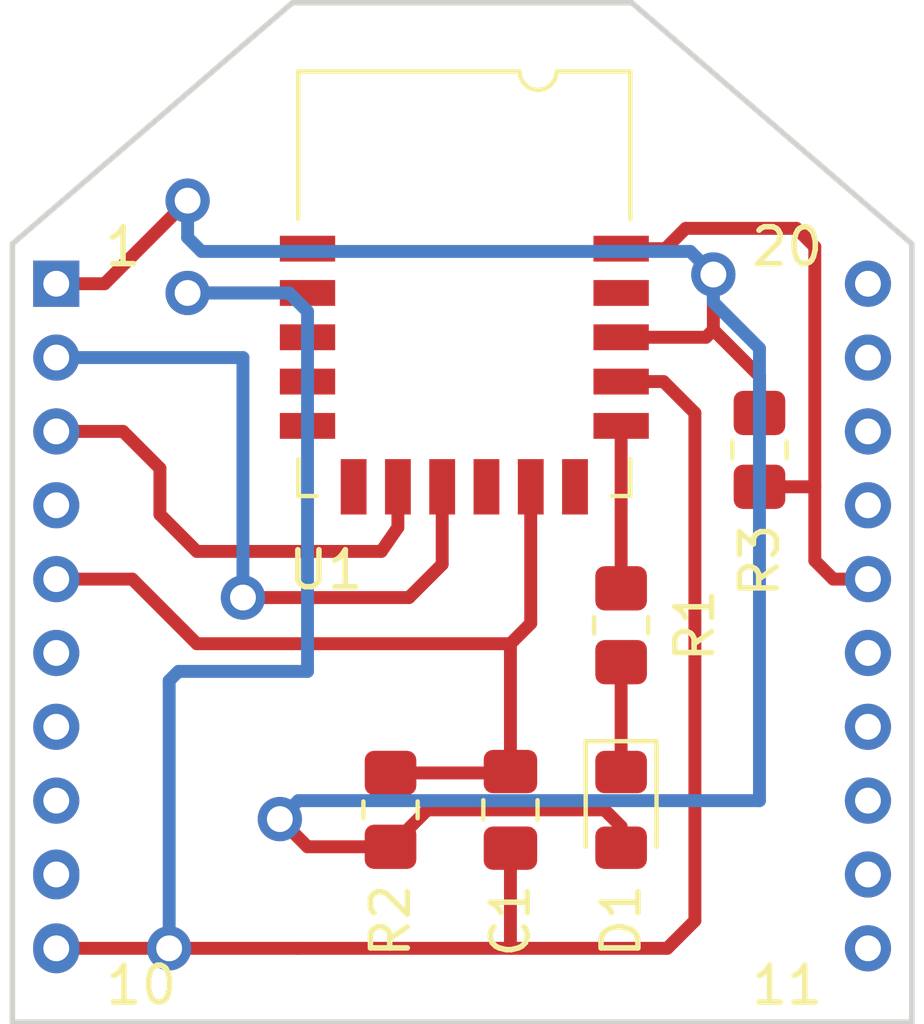
<source format=kicad_pcb>
(kicad_pcb (version 20171130) (host pcbnew 5.1.5+dfsg1-2build2)

  (general
    (thickness 1.6)
    (drawings 10)
    (tracks 84)
    (zones 0)
    (modules 8)
    (nets 9)
  )

  (page A4)
  (title_block
    (title "Adaptateur XBEE RN4871")
    (date "jeu. 02 avril 2015")
    (rev 1.0)
  )

  (layers
    (0 F.Cu signal)
    (31 B.Cu signal)
    (32 B.Adhes user)
    (33 F.Adhes user)
    (34 B.Paste user)
    (35 F.Paste user)
    (36 B.SilkS user)
    (37 F.SilkS user)
    (38 B.Mask user)
    (39 F.Mask user)
    (40 Dwgs.User user)
    (41 Cmts.User user)
    (42 Eco1.User user)
    (43 Eco2.User user)
    (44 Edge.Cuts user)
    (45 Margin user)
    (46 B.CrtYd user)
    (47 F.CrtYd user)
    (48 B.Fab user)
    (49 F.Fab user hide)
  )

  (setup
    (last_trace_width 0.35)
    (user_trace_width 0.2)
    (user_trace_width 0.25)
    (user_trace_width 0.3)
    (user_trace_width 0.35)
    (user_trace_width 0.4)
    (user_trace_width 0.5)
    (user_trace_width 0.7)
    (user_trace_width 0.9)
    (trace_clearance 0.2)
    (zone_clearance 0.508)
    (zone_45_only yes)
    (trace_min 0.2)
    (via_size 0.6)
    (via_drill 0.4)
    (via_min_size 0.4)
    (via_min_drill 0.3)
    (user_via 0.5 0.3)
    (user_via 0.6 0.4)
    (user_via 1.2 0.7)
    (user_via 1.3 0.8)
    (uvia_size 0.3)
    (uvia_drill 0.1)
    (uvias_allowed no)
    (uvia_min_size 0.2)
    (uvia_min_drill 0.1)
    (edge_width 0.1)
    (segment_width 0.15)
    (pcb_text_width 0.3)
    (pcb_text_size 1.5 1.5)
    (mod_edge_width 0.15)
    (mod_text_size 1 1)
    (mod_text_width 0.15)
    (pad_size 1.25 1.25)
    (pad_drill 0.7)
    (pad_to_mask_clearance 0)
    (aux_axis_origin 100 100)
    (grid_origin 100 100)
    (visible_elements FFFFFF7F)
    (pcbplotparams
      (layerselection 0x00030_80000001)
      (usegerberextensions false)
      (usegerberattributes false)
      (usegerberadvancedattributes false)
      (creategerberjobfile false)
      (excludeedgelayer true)
      (linewidth 0.100000)
      (plotframeref false)
      (viasonmask false)
      (mode 1)
      (useauxorigin false)
      (hpglpennumber 1)
      (hpglpenspeed 20)
      (hpglpendiameter 15.000000)
      (psnegative false)
      (psa4output false)
      (plotreference true)
      (plotvalue true)
      (plotinvisibletext false)
      (padsonsilk false)
      (subtractmaskfromsilk false)
      (outputformat 1)
      (mirror false)
      (drillshape 1)
      (scaleselection 1)
      (outputdirectory ""))
  )

  (net 0 "")
  (net 1 GND)
  (net 2 /RESET)
  (net 3 /DIN)
  (net 4 /DOUT)
  (net 5 +3V3)
  (net 6 "Net-(D1-Pad1)")
  (net 7 /~RTS)
  (net 8 "Net-(R1-Pad2)")

  (net_class Default "This is the default net class."
    (clearance 0.2)
    (trace_width 0.25)
    (via_dia 0.6)
    (via_drill 0.4)
    (uvia_dia 0.3)
    (uvia_drill 0.1)
    (add_net +3V3)
    (add_net /DIN)
    (add_net /DOUT)
    (add_net /RESET)
    (add_net /~RTS)
    (add_net GND)
    (add_net "Net-(D1-Pad1)")
    (add_net "Net-(R1-Pad2)")
    (add_net "Net-(U1-Pad1)")
    (add_net "Net-(U1-Pad11)")
    (add_net "Net-(U1-Pad15)")
    (add_net "Net-(U1-Pad3)")
    (add_net "Net-(U1-Pad4)")
    (add_net "Net-(U1-Pad5)")
    (add_net "Net-(U1-Pad6)")
    (add_net "Net-(U1-Pad9)")
  )

  (module Resistor_SMD:R_0805_2012Metric_Pad1.20x1.40mm_HandSolder (layer F.Cu) (tedit 5F68FEEE) (tstamp 5F9FDCD0)
    (at 120.25 84.5 270)
    (descr "Resistor SMD 0805 (2012 Metric), square (rectangular) end terminal, IPC_7351 nominal with elongated pad for handsoldering. (Body size source: IPC-SM-782 page 72, https://www.pcb-3d.com/wordpress/wp-content/uploads/ipc-sm-782a_amendment_1_and_2.pdf), generated with kicad-footprint-generator")
    (tags "resistor handsolder")
    (path /5FA10943)
    (attr smd)
    (fp_text reference R3 (at 3 0 90) (layer F.SilkS)
      (effects (font (size 1 1) (thickness 0.15)))
    )
    (fp_text value 1K (at 0 1.65 90) (layer F.Fab)
      (effects (font (size 1 1) (thickness 0.15)))
    )
    (fp_text user %R (at 0 0 180) (layer F.Fab)
      (effects (font (size 0.5 0.5) (thickness 0.08)))
    )
    (fp_line (start 1.85 0.95) (end -1.85 0.95) (layer F.CrtYd) (width 0.05))
    (fp_line (start 1.85 -0.95) (end 1.85 0.95) (layer F.CrtYd) (width 0.05))
    (fp_line (start -1.85 -0.95) (end 1.85 -0.95) (layer F.CrtYd) (width 0.05))
    (fp_line (start -1.85 0.95) (end -1.85 -0.95) (layer F.CrtYd) (width 0.05))
    (fp_line (start -0.227064 0.735) (end 0.227064 0.735) (layer F.SilkS) (width 0.12))
    (fp_line (start -0.227064 -0.735) (end 0.227064 -0.735) (layer F.SilkS) (width 0.12))
    (fp_line (start 1 0.625) (end -1 0.625) (layer F.Fab) (width 0.1))
    (fp_line (start 1 -0.625) (end 1 0.625) (layer F.Fab) (width 0.1))
    (fp_line (start -1 -0.625) (end 1 -0.625) (layer F.Fab) (width 0.1))
    (fp_line (start -1 0.625) (end -1 -0.625) (layer F.Fab) (width 0.1))
    (pad 2 smd roundrect (at 1 0 270) (size 1.2 1.4) (layers F.Cu F.Paste F.Mask) (roundrect_rratio 0.208333)
      (net 7 /~RTS))
    (pad 1 smd roundrect (at -1 0 270) (size 1.2 1.4) (layers F.Cu F.Paste F.Mask) (roundrect_rratio 0.208333)
      (net 5 +3V3))
    (model ${KISYS3DMOD}/Resistor_SMD.3dshapes/R_0805_2012Metric.wrl
      (at (xyz 0 0 0))
      (scale (xyz 1 1 1))
      (rotate (xyz 0 0 0))
    )
  )

  (module Resistor_SMD:R_0805_2012Metric_Pad1.20x1.40mm_HandSolder (layer F.Cu) (tedit 5F68FEEE) (tstamp 5F9FDCBF)
    (at 110.25 94.25 90)
    (descr "Resistor SMD 0805 (2012 Metric), square (rectangular) end terminal, IPC_7351 nominal with elongated pad for handsoldering. (Body size source: IPC-SM-782 page 72, https://www.pcb-3d.com/wordpress/wp-content/uploads/ipc-sm-782a_amendment_1_and_2.pdf), generated with kicad-footprint-generator")
    (tags "resistor handsolder")
    (path /5F9FE6E8)
    (attr smd)
    (fp_text reference R2 (at -3 0 90) (layer F.SilkS)
      (effects (font (size 1 1) (thickness 0.15)))
    )
    (fp_text value 4.7K (at 0 1.65 90) (layer F.Fab)
      (effects (font (size 1 1) (thickness 0.15)))
    )
    (fp_text user %R (at 0 0 90) (layer F.Fab)
      (effects (font (size 0.5 0.5) (thickness 0.08)))
    )
    (fp_line (start 1.85 0.95) (end -1.85 0.95) (layer F.CrtYd) (width 0.05))
    (fp_line (start 1.85 -0.95) (end 1.85 0.95) (layer F.CrtYd) (width 0.05))
    (fp_line (start -1.85 -0.95) (end 1.85 -0.95) (layer F.CrtYd) (width 0.05))
    (fp_line (start -1.85 0.95) (end -1.85 -0.95) (layer F.CrtYd) (width 0.05))
    (fp_line (start -0.227064 0.735) (end 0.227064 0.735) (layer F.SilkS) (width 0.12))
    (fp_line (start -0.227064 -0.735) (end 0.227064 -0.735) (layer F.SilkS) (width 0.12))
    (fp_line (start 1 0.625) (end -1 0.625) (layer F.Fab) (width 0.1))
    (fp_line (start 1 -0.625) (end 1 0.625) (layer F.Fab) (width 0.1))
    (fp_line (start -1 -0.625) (end 1 -0.625) (layer F.Fab) (width 0.1))
    (fp_line (start -1 0.625) (end -1 -0.625) (layer F.Fab) (width 0.1))
    (pad 2 smd roundrect (at 1 0 90) (size 1.2 1.4) (layers F.Cu F.Paste F.Mask) (roundrect_rratio 0.208333)
      (net 2 /RESET))
    (pad 1 smd roundrect (at -1 0 90) (size 1.2 1.4) (layers F.Cu F.Paste F.Mask) (roundrect_rratio 0.208333)
      (net 5 +3V3))
    (model ${KISYS3DMOD}/Resistor_SMD.3dshapes/R_0805_2012Metric.wrl
      (at (xyz 0 0 0))
      (scale (xyz 1 1 1))
      (rotate (xyz 0 0 0))
    )
  )

  (module Resistor_SMD:R_0805_2012Metric_Pad1.20x1.40mm_HandSolder (layer F.Cu) (tedit 5F68FEEE) (tstamp 5F9FDCAE)
    (at 116.5 89.25 90)
    (descr "Resistor SMD 0805 (2012 Metric), square (rectangular) end terminal, IPC_7351 nominal with elongated pad for handsoldering. (Body size source: IPC-SM-782 page 72, https://www.pcb-3d.com/wordpress/wp-content/uploads/ipc-sm-782a_amendment_1_and_2.pdf), generated with kicad-footprint-generator")
    (tags "resistor handsolder")
    (path /5F9FDD93)
    (attr smd)
    (fp_text reference R1 (at 0 2 90) (layer F.SilkS)
      (effects (font (size 1 1) (thickness 0.15)))
    )
    (fp_text value 1K (at 0 1.65 90) (layer F.Fab)
      (effects (font (size 1 1) (thickness 0.15)))
    )
    (fp_text user %R (at 0 0 90) (layer F.Fab)
      (effects (font (size 0.5 0.5) (thickness 0.08)))
    )
    (fp_line (start 1.85 0.95) (end -1.85 0.95) (layer F.CrtYd) (width 0.05))
    (fp_line (start 1.85 -0.95) (end 1.85 0.95) (layer F.CrtYd) (width 0.05))
    (fp_line (start -1.85 -0.95) (end 1.85 -0.95) (layer F.CrtYd) (width 0.05))
    (fp_line (start -1.85 0.95) (end -1.85 -0.95) (layer F.CrtYd) (width 0.05))
    (fp_line (start -0.227064 0.735) (end 0.227064 0.735) (layer F.SilkS) (width 0.12))
    (fp_line (start -0.227064 -0.735) (end 0.227064 -0.735) (layer F.SilkS) (width 0.12))
    (fp_line (start 1 0.625) (end -1 0.625) (layer F.Fab) (width 0.1))
    (fp_line (start 1 -0.625) (end 1 0.625) (layer F.Fab) (width 0.1))
    (fp_line (start -1 -0.625) (end 1 -0.625) (layer F.Fab) (width 0.1))
    (fp_line (start -1 0.625) (end -1 -0.625) (layer F.Fab) (width 0.1))
    (pad 2 smd roundrect (at 1 0 90) (size 1.2 1.4) (layers F.Cu F.Paste F.Mask) (roundrect_rratio 0.208333)
      (net 8 "Net-(R1-Pad2)"))
    (pad 1 smd roundrect (at -1 0 90) (size 1.2 1.4) (layers F.Cu F.Paste F.Mask) (roundrect_rratio 0.208333)
      (net 6 "Net-(D1-Pad1)"))
    (model ${KISYS3DMOD}/Resistor_SMD.3dshapes/R_0805_2012Metric.wrl
      (at (xyz 0 0 0))
      (scale (xyz 1 1 1))
      (rotate (xyz 0 0 0))
    )
  )

  (module LED_SMD:LED_0805_2012Metric_Pad1.15x1.40mm_HandSolder (layer F.Cu) (tedit 5F68FEF1) (tstamp 5F9FDC41)
    (at 116.5 94.25 270)
    (descr "LED SMD 0805 (2012 Metric), square (rectangular) end terminal, IPC_7351 nominal, (Body size source: https://docs.google.com/spreadsheets/d/1BsfQQcO9C6DZCsRaXUlFlo91Tg2WpOkGARC1WS5S8t0/edit?usp=sharing), generated with kicad-footprint-generator")
    (tags "LED handsolder")
    (path /5F9FF135)
    (attr smd)
    (fp_text reference D1 (at 3 0 90) (layer F.SilkS)
      (effects (font (size 1 1) (thickness 0.15)))
    )
    (fp_text value LED (at 0 1.65 90) (layer F.Fab)
      (effects (font (size 1 1) (thickness 0.15)))
    )
    (fp_text user %R (at 0 0 90) (layer F.Fab)
      (effects (font (size 0.5 0.5) (thickness 0.08)))
    )
    (fp_line (start 1.85 0.95) (end -1.85 0.95) (layer F.CrtYd) (width 0.05))
    (fp_line (start 1.85 -0.95) (end 1.85 0.95) (layer F.CrtYd) (width 0.05))
    (fp_line (start -1.85 -0.95) (end 1.85 -0.95) (layer F.CrtYd) (width 0.05))
    (fp_line (start -1.85 0.95) (end -1.85 -0.95) (layer F.CrtYd) (width 0.05))
    (fp_line (start -1.86 0.96) (end 1 0.96) (layer F.SilkS) (width 0.12))
    (fp_line (start -1.86 -0.96) (end -1.86 0.96) (layer F.SilkS) (width 0.12))
    (fp_line (start 1 -0.96) (end -1.86 -0.96) (layer F.SilkS) (width 0.12))
    (fp_line (start 1 0.6) (end 1 -0.6) (layer F.Fab) (width 0.1))
    (fp_line (start -1 0.6) (end 1 0.6) (layer F.Fab) (width 0.1))
    (fp_line (start -1 -0.3) (end -1 0.6) (layer F.Fab) (width 0.1))
    (fp_line (start -0.7 -0.6) (end -1 -0.3) (layer F.Fab) (width 0.1))
    (fp_line (start 1 -0.6) (end -0.7 -0.6) (layer F.Fab) (width 0.1))
    (pad 2 smd roundrect (at 1.025 0 270) (size 1.15 1.4) (layers F.Cu F.Paste F.Mask) (roundrect_rratio 0.217391)
      (net 5 +3V3))
    (pad 1 smd roundrect (at -1.025 0 270) (size 1.15 1.4) (layers F.Cu F.Paste F.Mask) (roundrect_rratio 0.217391)
      (net 6 "Net-(D1-Pad1)"))
    (model ${KISYS3DMOD}/LED_SMD.3dshapes/LED_0805_2012Metric.wrl
      (at (xyz 0 0 0))
      (scale (xyz 1 1 1))
      (rotate (xyz 0 0 0))
    )
  )

  (module Capacitor_SMD:C_0805_2012Metric_Pad1.18x1.45mm_HandSolder (layer F.Cu) (tedit 5F68FEEF) (tstamp 5F9FDC2E)
    (at 113.5 94.25 270)
    (descr "Capacitor SMD 0805 (2012 Metric), square (rectangular) end terminal, IPC_7351 nominal with elongated pad for handsoldering. (Body size source: IPC-SM-782 page 76, https://www.pcb-3d.com/wordpress/wp-content/uploads/ipc-sm-782a_amendment_1_and_2.pdf, https://docs.google.com/spreadsheets/d/1BsfQQcO9C6DZCsRaXUlFlo91Tg2WpOkGARC1WS5S8t0/edit?usp=sharing), generated with kicad-footprint-generator")
    (tags "capacitor handsolder")
    (path /5F9FEC11)
    (attr smd)
    (fp_text reference C1 (at 3 0 90) (layer F.SilkS)
      (effects (font (size 1 1) (thickness 0.15)))
    )
    (fp_text value 1µF (at 0 1.68 90) (layer F.Fab)
      (effects (font (size 1 1) (thickness 0.15)))
    )
    (fp_text user %R (at 0 0 90) (layer F.Fab)
      (effects (font (size 0.5 0.5) (thickness 0.08)))
    )
    (fp_line (start 1.88 0.98) (end -1.88 0.98) (layer F.CrtYd) (width 0.05))
    (fp_line (start 1.88 -0.98) (end 1.88 0.98) (layer F.CrtYd) (width 0.05))
    (fp_line (start -1.88 -0.98) (end 1.88 -0.98) (layer F.CrtYd) (width 0.05))
    (fp_line (start -1.88 0.98) (end -1.88 -0.98) (layer F.CrtYd) (width 0.05))
    (fp_line (start -0.261252 0.735) (end 0.261252 0.735) (layer F.SilkS) (width 0.12))
    (fp_line (start -0.261252 -0.735) (end 0.261252 -0.735) (layer F.SilkS) (width 0.12))
    (fp_line (start 1 0.625) (end -1 0.625) (layer F.Fab) (width 0.1))
    (fp_line (start 1 -0.625) (end 1 0.625) (layer F.Fab) (width 0.1))
    (fp_line (start -1 -0.625) (end 1 -0.625) (layer F.Fab) (width 0.1))
    (fp_line (start -1 0.625) (end -1 -0.625) (layer F.Fab) (width 0.1))
    (pad 2 smd roundrect (at 1.0375 0 270) (size 1.175 1.45) (layers F.Cu F.Paste F.Mask) (roundrect_rratio 0.212766)
      (net 1 GND))
    (pad 1 smd roundrect (at -1.0375 0 270) (size 1.175 1.45) (layers F.Cu F.Paste F.Mask) (roundrect_rratio 0.212766)
      (net 2 /RESET))
    (model ${KISYS3DMOD}/Capacitor_SMD.3dshapes/C_0805_2012Metric.wrl
      (at (xyz 0 0 0))
      (scale (xyz 1 1 1))
      (rotate (xyz 0 0 0))
    )
  )

  (module Insa:RN4871-I-RM128 locked (layer F.Cu) (tedit 5F9C382D) (tstamp 5F9C46CC)
    (at 107.75 85.75)
    (descr "Bluetooth module")
    (path /5F9C5B87)
    (fp_text reference U1 (at 0.75 2) (layer F.SilkS)
      (effects (font (size 1 1) (thickness 0.15)))
    )
    (fp_text value RN4871 (at 4.07 2.02) (layer F.Fab)
      (effects (font (size 1 1) (thickness 0.15)))
    )
    (fp_text user "No copper" (at 6 -4.5 90) (layer Cmts.User)
      (effects (font (size 0.5 0.5) (thickness 0.1)))
    )
    (fp_text user "No copper here" (at 4.5 -9.5) (layer Cmts.User)
      (effects (font (size 0.5 0.5) (thickness 0.125)))
    )
    (fp_line (start 4 -2) (end 4.5 -1.5) (layer Dwgs.User) (width 0.12))
    (fp_line (start 4 -3) (end 4 -2) (layer Dwgs.User) (width 0.12))
    (fp_line (start 5.5 -1.5) (end 4 -3) (layer Dwgs.User) (width 0.12))
    (fp_line (start 6.5 -1.5) (end 5.5 -1.5) (layer Dwgs.User) (width 0.12))
    (fp_line (start 4 -4) (end 6.5 -1.5) (layer Dwgs.User) (width 0.12))
    (fp_line (start 4 -5) (end 4 -4) (layer Dwgs.User) (width 0.12))
    (fp_line (start 7.5 -1.5) (end 4 -5) (layer Dwgs.User) (width 0.12))
    (fp_line (start 4 -6) (end 8 -2) (layer Dwgs.User) (width 0.12))
    (fp_line (start 4 -7) (end 4 -6) (layer Dwgs.User) (width 0.12))
    (fp_line (start 8 -3) (end 4 -7) (layer Dwgs.User) (width 0.12))
    (fp_line (start 8 -4) (end 8 -3) (layer Dwgs.User) (width 0.12))
    (fp_line (start 5 -7) (end 8 -4) (layer Dwgs.User) (width 0.12))
    (fp_line (start 6 -7) (end 5 -7) (layer Dwgs.User) (width 0.12))
    (fp_line (start 8 -5) (end 6 -7) (layer Dwgs.User) (width 0.12))
    (fp_line (start 8 -6) (end 8 -5) (layer Dwgs.User) (width 0.12))
    (fp_line (start 7 -7) (end 8 -6) (layer Dwgs.User) (width 0.12))
    (fp_line (start 8 -6.5) (end 8 -5.5) (layer Dwgs.User) (width 0.12))
    (fp_line (start 8 -7) (end 7.5 -7) (layer Dwgs.User) (width 0.12))
    (fp_line (start 8 -1.5) (end 8 -7) (layer Dwgs.User) (width 0.12))
    (fp_line (start 4 -1.5) (end 8 -1.5) (layer Dwgs.User) (width 0.12))
    (fp_line (start 4 -7) (end 4 -1.5) (layer Dwgs.User) (width 0.12))
    (fp_line (start 8 -7) (end 4 -7) (layer Dwgs.User) (width 0.12))
    (fp_line (start 1.5 -4.5) (end 1 -5) (layer Dwgs.User) (width 0.12))
    (fp_line (start 2.5 -4.5) (end 1.5 -4.5) (layer Dwgs.User) (width 0.12))
    (fp_line (start 1 -6) (end 2.5 -4.5) (layer Dwgs.User) (width 0.12))
    (fp_line (start 3 -6) (end 2 -7) (layer Dwgs.User) (width 0.12))
    (fp_line (start 3 -5) (end 3 -6) (layer Dwgs.User) (width 0.12))
    (fp_line (start 1 -7) (end 3 -5) (layer Dwgs.User) (width 0.12))
    (fp_line (start 1 -4.5) (end 1 -7) (layer Dwgs.User) (width 0.12))
    (fp_line (start 3 -4.5) (end 1 -4.5) (layer Dwgs.User) (width 0.12))
    (fp_line (start 3 -7) (end 3 -4.5) (layer Dwgs.User) (width 0.12))
    (fp_line (start 1 -7) (end 3 -7) (layer Dwgs.User) (width 0.12))
    (fp_line (start 8.5 -12) (end 9.5 -11) (layer Dwgs.User) (width 0.12))
    (fp_line (start 7.5 -12) (end 8.5 -12) (layer Dwgs.User) (width 0.12))
    (fp_line (start 9.5 -10) (end 7.5 -12) (layer Dwgs.User) (width 0.12))
    (fp_line (start 9.5 -9) (end 9.5 -10) (layer Dwgs.User) (width 0.12))
    (fp_line (start 6.5 -12) (end 9.5 -9) (layer Dwgs.User) (width 0.12))
    (fp_line (start 5.5 -12) (end 6.5 -12) (layer Dwgs.User) (width 0.12))
    (fp_line (start 9.5 -8) (end 5.5 -12) (layer Dwgs.User) (width 0.12))
    (fp_line (start 9.5 -7) (end 9.5 -8) (layer Dwgs.User) (width 0.12))
    (fp_line (start 4.5 -12) (end 9.5 -7) (layer Dwgs.User) (width 0.12))
    (fp_line (start 3.5 -12) (end 4.5 -12) (layer Dwgs.User) (width 0.12))
    (fp_line (start 8.5 -7) (end 3.5 -12) (layer Dwgs.User) (width 0.12))
    (fp_line (start 7.5 -7) (end 8.5 -7) (layer Dwgs.User) (width 0.12))
    (fp_line (start 2.5 -12) (end 7.5 -7) (layer Dwgs.User) (width 0.12))
    (fp_line (start 1.5 -12) (end 2.5 -12) (layer Dwgs.User) (width 0.12))
    (fp_line (start 6.5 -7) (end 1.5 -12) (layer Dwgs.User) (width 0.12))
    (fp_line (start 6 -7) (end 6.5 -7) (layer Dwgs.User) (width 0.12))
    (fp_line (start 5.5 -7) (end 6 -7) (layer Dwgs.User) (width 0.12))
    (fp_line (start 0.5 -12) (end 5.5 -7) (layer Dwgs.User) (width 0.12))
    (fp_line (start -0.5 -8) (end 0.5 -7) (layer Dwgs.User) (width 0.12))
    (fp_line (start -0.5 -9) (end 1.5 -7) (layer Dwgs.User) (width 0.12))
    (fp_line (start -0.5 -10) (end 2.5 -7) (layer Dwgs.User) (width 0.12))
    (fp_line (start -0.5 -11) (end 3.5 -7) (layer Dwgs.User) (width 0.12))
    (fp_line (start -0.5 -12) (end 4.5 -7) (layer Dwgs.User) (width 0.12))
    (fp_line (start -0.5 -7) (end -0.5 -12) (layer Dwgs.User) (width 0.12))
    (fp_line (start 9.5 -7) (end -0.5 -7) (layer Dwgs.User) (width 0.12))
    (fp_line (start 9.5 -12) (end 9.5 -7) (layer Dwgs.User) (width 0.12))
    (fp_line (start -0.5 -12) (end 9.5 -12) (layer Dwgs.User) (width 0.12))
    (fp_line (start -0.5 0.5) (end -0.5 -12) (layer F.CrtYd) (width 0.12))
    (fp_line (start 9.5 0.5) (end -0.5 0.5) (layer F.CrtYd) (width 0.12))
    (fp_line (start 9.5 -12) (end 9.5 0.5) (layer F.CrtYd) (width 0.12))
    (fp_line (start -0.5 -12) (end 9.5 -12) (layer F.CrtYd) (width 0.12))
    (fp_arc (start 6.5 -11.5) (end 6 -11.5) (angle -180) (layer F.SilkS) (width 0.12))
    (fp_line (start 9 -11.5) (end 9 -7.5) (layer F.SilkS) (width 0.12))
    (fp_line (start 7 -11.5) (end 9 -11.5) (layer F.SilkS) (width 0.12))
    (fp_line (start 0 -11.5) (end 6 -11.5) (layer F.SilkS) (width 0.12))
    (fp_line (start 0 -7.5) (end 0 -11.5) (layer F.SilkS) (width 0.12))
    (fp_line (start 9 0) (end 8.5 0) (layer F.SilkS) (width 0.12))
    (fp_line (start 9 -1) (end 9 0) (layer F.SilkS) (width 0.12))
    (fp_line (start 0 0) (end 0 -1) (layer F.SilkS) (width 0.12))
    (fp_line (start 0 0) (end 0.5 0) (layer F.SilkS) (width 0.12))
    (pad 6 smd rect (at 1.5 -0.25 90) (size 1.5 0.7) (layers F.Cu F.Paste F.Mask))
    (pad 7 smd rect (at 2.7 -0.25 90) (size 1.5 0.7) (layers F.Cu F.Paste F.Mask)
      (net 3 /DIN))
    (pad 8 smd rect (at 3.9 -0.25 90) (size 1.5 0.7) (layers F.Cu F.Paste F.Mask)
      (net 4 /DOUT))
    (pad 9 smd rect (at 5.1 -0.25 90) (size 1.5 0.7) (layers F.Cu F.Paste F.Mask))
    (pad 10 smd rect (at 6.3 -0.25 90) (size 1.5 0.7) (layers F.Cu F.Paste F.Mask)
      (net 2 /RESET))
    (pad 11 smd rect (at 7.5 -0.25 90) (size 1.5 0.7) (layers F.Cu F.Paste F.Mask))
    (pad 12 smd rect (at 8.75 -1.9) (size 1.5 0.7) (layers F.Cu F.Paste F.Mask)
      (net 8 "Net-(R1-Pad2)"))
    (pad 13 smd rect (at 8.75 -3.1) (size 1.5 0.7) (layers F.Cu F.Paste F.Mask)
      (net 1 GND))
    (pad 14 smd rect (at 8.75 -4.3) (size 1.5 0.7) (layers F.Cu F.Paste F.Mask)
      (net 5 +3V3))
    (pad 15 smd rect (at 8.75 -5.5) (size 1.5 0.7) (layers F.Cu F.Paste F.Mask))
    (pad 16 smd rect (at 8.75 -6.7) (size 1.5 0.7) (layers F.Cu F.Paste F.Mask)
      (net 7 /~RTS))
    (pad 1 smd rect (at 0.25 -6.7) (size 1.5 0.7) (layers F.Cu F.Paste F.Mask))
    (pad 2 smd rect (at 0.25 -5.5) (size 1.5 0.7) (layers F.Cu F.Paste F.Mask)
      (net 1 GND))
    (pad 3 smd rect (at 0.25 -4.3) (size 1.5 0.7) (layers F.Cu F.Paste F.Mask))
    (pad 4 smd rect (at 0.25 -3.1) (size 1.5 0.7) (layers F.Cu F.Paste F.Mask))
    (pad 5 smd rect (at 0.25 -1.9) (size 1.5 0.7) (layers F.Cu F.Paste F.Mask))
    (model /home/dimercur/kicad/local-packages3d/Insa.3dshapes/Module_Microchip_RN4871.stp
      (offset (xyz 4.5 5.72 0.5))
      (scale (xyz 1 1 1))
      (rotate (xyz 0 -180 0))
    )
  )

  (module Connector_PinSocket_2.00mm:PinSocket_1x10_P2.00mm_Vertical locked (layer B.Cu) (tedit 5F9BF031) (tstamp 5F9C350D)
    (at 123.19 98)
    (descr "Through hole straight socket strip, 1x10, 2.00mm pitch, single row (from Kicad 4.0.7), script generated")
    (tags "Through hole socket strip THT 1x10 2.00mm single row")
    (path /5F9C2B38)
    (fp_text reference J2 (at -3.19 -9 -270) (layer F.SilkS) hide
      (effects (font (size 1 1) (thickness 0.15)))
    )
    (fp_text value Conn_01x10 (at 0 -20.5) (layer B.Fab) hide
      (effects (font (size 1 1) (thickness 0.15)) (justify mirror))
    )
    (fp_text user %R (at 0 -9 270) (layer B.Fab)
      (effects (font (size 1 1) (thickness 0.15)) (justify mirror))
    )
    (fp_line (start -1.5 -19.5) (end -1.5 1.5) (layer B.CrtYd) (width 0.05))
    (fp_line (start 1.5 -19.5) (end -1.5 -19.5) (layer B.CrtYd) (width 0.05))
    (fp_line (start 1.5 1.5) (end 1.5 -19.5) (layer B.CrtYd) (width 0.05))
    (fp_line (start -1.5 1.5) (end 1.5 1.5) (layer B.CrtYd) (width 0.05))
    (fp_line (start -1 -19) (end -1 1) (layer B.Fab) (width 0.1))
    (fp_line (start 1 -19) (end -1 -19) (layer B.Fab) (width 0.1))
    (fp_line (start 1 0.5) (end 1 -19) (layer B.Fab) (width 0.1))
    (fp_line (start 0.5 1) (end 1 0.5) (layer B.Fab) (width 0.1))
    (fp_line (start -1 1) (end 0.5 1) (layer B.Fab) (width 0.1))
    (pad 10 thru_hole oval (at 0 -18) (size 1.25 1.25) (drill 0.7) (layers *.Cu *.Mask))
    (pad 9 thru_hole oval (at 0 -16) (size 1.25 1.25) (drill 0.7) (layers *.Cu *.Mask))
    (pad 8 thru_hole oval (at 0 -14) (size 1.25 1.25) (drill 0.7) (layers *.Cu *.Mask))
    (pad 7 thru_hole oval (at 0 -12) (size 1.25 1.25) (drill 0.7) (layers *.Cu *.Mask))
    (pad 6 thru_hole oval (at 0 -10) (size 1.25 1.25) (drill 0.7) (layers *.Cu *.Mask)
      (net 7 /~RTS))
    (pad 5 thru_hole oval (at 0 -8) (size 1.25 1.25) (drill 0.7) (layers *.Cu *.Mask))
    (pad 4 thru_hole oval (at 0 -6) (size 1.25 1.25) (drill 0.7) (layers *.Cu *.Mask))
    (pad 3 thru_hole oval (at 0 -4) (size 1.25 1.25) (drill 0.7) (layers *.Cu *.Mask))
    (pad 2 thru_hole oval (at 0 -2) (size 1.25 1.25) (drill 0.7) (layers *.Cu *.Mask))
    (pad 1 thru_hole oval (at 0 0) (size 1.25 1.25) (drill 0.7) (layers *.Cu *.Mask))
    (model ${KISYS3DMOD}/Connector_PinHeader_2.00mm.3dshapes/PinHeader_1x10_P2.00mm_Vertical.wrl
      (at (xyz 0 0 0))
      (scale (xyz 1 1 1))
      (rotate (xyz 0 0 0))
    )
  )

  (module Connector_PinSocket_2.00mm:PinSocket_1x10_P2.00mm_Vertical locked (layer B.Cu) (tedit 5F9BF143) (tstamp 5F9C34EF)
    (at 101.19 80 180)
    (descr "Through hole straight socket strip, 1x10, 2.00mm pitch, single row (from Kicad 4.0.7), script generated")
    (tags "Through hole socket strip THT 1x10 2.00mm single row")
    (path /5F9C2343)
    (fp_text reference J1 (at -2.81 -9 90) (layer F.SilkS) hide
      (effects (font (size 1 1) (thickness 0.15)))
    )
    (fp_text value Conn_01x10 (at 0 -20.5) (layer B.Fab) hide
      (effects (font (size 1 1) (thickness 0.15)) (justify mirror))
    )
    (fp_text user %R (at 0 -9 270) (layer B.Fab)
      (effects (font (size 1 1) (thickness 0.15)) (justify mirror))
    )
    (fp_line (start -1.5 -19.5) (end -1.5 1.5) (layer B.CrtYd) (width 0.05))
    (fp_line (start 1.5 -19.5) (end -1.5 -19.5) (layer B.CrtYd) (width 0.05))
    (fp_line (start 1.5 1.5) (end 1.5 -19.5) (layer B.CrtYd) (width 0.05))
    (fp_line (start -1.5 1.5) (end 1.5 1.5) (layer B.CrtYd) (width 0.05))
    (fp_line (start -1 -19) (end -1 1) (layer B.Fab) (width 0.1))
    (fp_line (start 1 -19) (end -1 -19) (layer B.Fab) (width 0.1))
    (fp_line (start 1 0.5) (end 1 -19) (layer B.Fab) (width 0.1))
    (fp_line (start 0.5 1) (end 1 0.5) (layer B.Fab) (width 0.1))
    (fp_line (start -1 1) (end 0.5 1) (layer B.Fab) (width 0.1))
    (pad 10 thru_hole oval (at 0 -18 180) (size 1.25 1.35) (drill 0.7) (layers *.Cu *.Mask)
      (net 1 GND))
    (pad 9 thru_hole oval (at 0 -16 180) (size 1.25 1.35) (drill 0.7) (layers *.Cu *.Mask))
    (pad 8 thru_hole oval (at 0 -14 180) (size 1.25 1.25) (drill 0.7) (layers *.Cu *.Mask))
    (pad 7 thru_hole oval (at 0 -12 180) (size 1.25 1.25) (drill 0.7) (layers *.Cu *.Mask))
    (pad 6 thru_hole oval (at 0 -10 180) (size 1.25 1.25) (drill 0.7) (layers *.Cu *.Mask))
    (pad 5 thru_hole oval (at 0 -8 180) (size 1.25 1.25) (drill 0.7) (layers *.Cu *.Mask)
      (net 2 /RESET))
    (pad 4 thru_hole oval (at 0 -6 180) (size 1.25 1.25) (drill 0.7) (layers *.Cu *.Mask))
    (pad 3 thru_hole oval (at 0 -4 180) (size 1.25 1.25) (drill 0.7) (layers *.Cu *.Mask)
      (net 3 /DIN))
    (pad 2 thru_hole oval (at 0 -2 180) (size 1.25 1.25) (drill 0.7) (layers *.Cu *.Mask)
      (net 4 /DOUT))
    (pad 1 thru_hole rect (at 0 0 180) (size 1.25 1.25) (drill 0.7) (layers *.Cu *.Mask)
      (net 5 +3V3))
    (model ${KISYS3DMOD}/Connector_PinHeader_2.00mm.3dshapes/PinHeader_1x10_P2.00mm_Vertical.wrl
      (at (xyz 0 0 0))
      (scale (xyz 1 1 1))
      (rotate (xyz 0 0 0))
    )
  )

  (gr_text 11 (at 121 99) (layer F.SilkS)
    (effects (font (size 1 1) (thickness 0.15)))
  )
  (gr_text 10 (at 103.5 99) (layer F.SilkS)
    (effects (font (size 1 1) (thickness 0.15)))
  )
  (gr_text 20 (at 121 79) (layer F.SilkS)
    (effects (font (size 1 1) (thickness 0.15)))
  )
  (gr_text 1 (at 103 79) (layer F.SilkS)
    (effects (font (size 1 1) (thickness 0.15)))
  )
  (gr_line (start 116.79 72.39) (end 124.38 78.92) (layer Edge.Cuts) (width 0.15))
  (gr_line (start 100 78.92) (end 107.59 72.39) (layer Edge.Cuts) (width 0.15))
  (gr_line (start 107.59 72.39) (end 116.79 72.39) (layer Edge.Cuts) (width 0.15))
  (gr_line (start 100 100) (end 100 78.92) (layer Edge.Cuts) (width 0.15))
  (gr_line (start 124.38 100) (end 124.38 78.92) (layer Edge.Cuts) (width 0.15))
  (gr_line (start 100 100) (end 124.38 100) (layer Edge.Cuts) (width 0.15))

  (segment (start 108 80.25) (end 105.145 80.25) (width 0.35) (layer F.Cu) (net 1))
  (segment (start 105.145 80.25) (end 105.08 80.315) (width 0.35) (layer F.Cu) (net 1))
  (segment (start 103.905 98) (end 101.19 98) (width 0.35) (layer F.Cu) (net 1))
  (segment (start 104 98) (end 103.905 98) (width 0.35) (layer F.Cu) (net 1))
  (via (at 104.75 80.25) (size 1.2) (drill 0.7) (layers F.Cu B.Cu) (net 1))
  (segment (start 105.145 80.25) (end 104.75 80.25) (width 0.35) (layer F.Cu) (net 1))
  (via (at 104.25 98) (size 1.2) (drill 0.7) (layers F.Cu B.Cu) (net 1))
  (segment (start 107.75 98) (end 104 98) (width 0.35) (layer F.Cu) (net 1))
  (segment (start 113.5 95.875) (end 113.5 98) (width 0.35) (layer F.Cu) (net 1))
  (segment (start 113.5 95.2875) (end 113.5 95.875) (width 0.35) (layer F.Cu) (net 1))
  (segment (start 113.5 98) (end 107.75 98) (width 0.35) (layer F.Cu) (net 1))
  (segment (start 107.5 80.25) (end 104.75 80.25) (width 0.35) (layer B.Cu) (net 1))
  (segment (start 108 80.75) (end 107.5 80.25) (width 0.35) (layer B.Cu) (net 1))
  (segment (start 108 90.5) (end 108 80.75) (width 0.35) (layer B.Cu) (net 1))
  (segment (start 104.5 90.5) (end 108 90.5) (width 0.35) (layer B.Cu) (net 1))
  (segment (start 104.25 90.75) (end 104.5 90.5) (width 0.35) (layer B.Cu) (net 1))
  (segment (start 104.25 98) (end 104.25 90.75) (width 0.35) (layer B.Cu) (net 1))
  (segment (start 117.75 98) (end 113.5 98) (width 0.35) (layer F.Cu) (net 1))
  (segment (start 118.5 97.25) (end 117.75 98) (width 0.35) (layer F.Cu) (net 1))
  (segment (start 118.5 83.5) (end 118.5 97.25) (width 0.35) (layer F.Cu) (net 1))
  (segment (start 117.65 82.65) (end 118.5 83.5) (width 0.35) (layer F.Cu) (net 1))
  (segment (start 116.5 82.65) (end 117.65 82.65) (width 0.35) (layer F.Cu) (net 1))
  (segment (start 114.05 85.5) (end 114.05 89.2) (width 0.35) (layer F.Cu) (net 2))
  (segment (start 114.05 89.2) (end 113.5 89.75) (width 0.35) (layer F.Cu) (net 2))
  (segment (start 113.5 89.75) (end 105 89.75) (width 0.35) (layer F.Cu) (net 2))
  (segment (start 103.25 88) (end 101.19 88) (width 0.35) (layer F.Cu) (net 2))
  (segment (start 105 89.75) (end 103.25 88) (width 0.35) (layer F.Cu) (net 2))
  (segment (start 113.4625 93.25) (end 113.5 93.2125) (width 0.35) (layer F.Cu) (net 2))
  (segment (start 110.25 93.25) (end 113.4625 93.25) (width 0.35) (layer F.Cu) (net 2))
  (segment (start 113.5 93.2125) (end 113.5 89.75) (width 0.35) (layer F.Cu) (net 2))
  (segment (start 110.45 85.5) (end 110.45 86.6) (width 0.35) (layer F.Cu) (net 3))
  (segment (start 106.25 87.25) (end 105 87.25) (width 0.35) (layer F.Cu) (net 3))
  (segment (start 105 87.25) (end 104 86.25) (width 0.35) (layer F.Cu) (net 3))
  (segment (start 104 86.25) (end 104 85) (width 0.35) (layer F.Cu) (net 3))
  (segment (start 103 84) (end 101.19 84) (width 0.35) (layer F.Cu) (net 3))
  (segment (start 104 85) (end 103 84) (width 0.35) (layer F.Cu) (net 3))
  (segment (start 106.25 87.25) (end 110 87.25) (width 0.35) (layer F.Cu) (net 3))
  (segment (start 110.45 86.6) (end 110 87.25) (width 0.35) (layer F.Cu) (net 3))
  (segment (start 111.65 85.5) (end 111.65 87.6) (width 0.35) (layer F.Cu) (net 4))
  (segment (start 111.65 87.6) (end 110.75 88.5) (width 0.35) (layer F.Cu) (net 4))
  (segment (start 110.75 88.5) (end 106.75 88.5) (width 0.35) (layer F.Cu) (net 4))
  (via (at 106.25 88.5) (size 1.2) (drill 0.7) (layers F.Cu B.Cu) (net 4))
  (segment (start 106.75 88.5) (end 106.25 88.5) (width 0.35) (layer F.Cu) (net 4))
  (segment (start 106.25 88.5) (end 106.25 82) (width 0.35) (layer B.Cu) (net 4))
  (segment (start 106.25 82) (end 101.19 82) (width 0.35) (layer B.Cu) (net 4))
  (via (at 104.75 77.75) (size 1.2) (drill 0.7) (layers F.Cu B.Cu) (net 5))
  (segment (start 104.5 77.75) (end 104.75 77.75) (width 0.35) (layer F.Cu) (net 5))
  (segment (start 104.75 77.75) (end 104.75 78.75) (width 0.35) (layer B.Cu) (net 5))
  (segment (start 105.12501 79.12501) (end 118.37499 79.12501) (width 0.35) (layer B.Cu) (net 5))
  (segment (start 104.75 78.75) (end 105.12501 79.12501) (width 0.35) (layer B.Cu) (net 5))
  (segment (start 118.37499 79.12501) (end 118.99998 79.75) (width 0.35) (layer B.Cu) (net 5))
  (via (at 118.99998 79.75) (size 1.2) (drill 0.7) (layers F.Cu B.Cu) (net 5))
  (segment (start 118.99998 79.75) (end 118.99998 81.25002) (width 0.35) (layer F.Cu) (net 5))
  (segment (start 118.8 81.45) (end 118.99998 81.25002) (width 0.35) (layer F.Cu) (net 5))
  (segment (start 116.5 81.45) (end 118.8 81.45) (width 0.35) (layer F.Cu) (net 5))
  (segment (start 120.25 82.9) (end 120.25 83.5) (width 0.35) (layer F.Cu) (net 5))
  (segment (start 116.5 94.7) (end 116.5 95.275) (width 0.35) (layer F.Cu) (net 5))
  (segment (start 116.05 94.25) (end 116.5 94.7) (width 0.35) (layer F.Cu) (net 5))
  (segment (start 111.25 94.25) (end 116.05 94.25) (width 0.35) (layer F.Cu) (net 5))
  (segment (start 110.25 95.25) (end 111.25 94.25) (width 0.35) (layer F.Cu) (net 5))
  (segment (start 118.99998 79.75) (end 118.99998 80.49998) (width 0.35) (layer B.Cu) (net 5))
  (segment (start 118.99998 80.49998) (end 120.25 81.75) (width 0.35) (layer B.Cu) (net 5))
  (segment (start 120.25 81.75) (end 120.25 94) (width 0.35) (layer B.Cu) (net 5))
  (segment (start 120.25 94) (end 107.75 94) (width 0.35) (layer B.Cu) (net 5))
  (via (at 107.25 94.5) (size 1.2) (drill 0.7) (layers F.Cu B.Cu) (net 5))
  (segment (start 107.75 94) (end 107.25 94.5) (width 0.35) (layer B.Cu) (net 5))
  (segment (start 108 95.25) (end 107.25 94.5) (width 0.35) (layer F.Cu) (net 5))
  (segment (start 110.25 95.25) (end 108 95.25) (width 0.35) (layer F.Cu) (net 5))
  (segment (start 102.5 80) (end 104.75 77.75) (width 0.35) (layer F.Cu) (net 5))
  (segment (start 101.19 80) (end 102.5 80) (width 0.35) (layer F.Cu) (net 5))
  (segment (start 120.25 82.50004) (end 118.99998 81.25002) (width 0.35) (layer F.Cu) (net 5))
  (segment (start 120.25 83.5) (end 120.25 82.50004) (width 0.35) (layer F.Cu) (net 5))
  (segment (start 116.5 93.225) (end 116.5 90.25) (width 0.35) (layer F.Cu) (net 6))
  (segment (start 122.25 88) (end 123.19 88) (width 0.35) (layer F.Cu) (net 7))
  (segment (start 121.25 78.5) (end 121.75 79) (width 0.35) (layer F.Cu) (net 7))
  (segment (start 118.25 78.5) (end 121.25 78.5) (width 0.35) (layer F.Cu) (net 7))
  (segment (start 121.75 87.5) (end 122.25 88) (width 0.35) (layer F.Cu) (net 7))
  (segment (start 117.7 79.05) (end 118.25 78.5) (width 0.35) (layer F.Cu) (net 7))
  (segment (start 116.5 79.05) (end 117.7 79.05) (width 0.35) (layer F.Cu) (net 7))
  (segment (start 120.95 85.5) (end 121.75 85.5) (width 0.35) (layer F.Cu) (net 7))
  (segment (start 121.75 85.5) (end 121.75 87.5) (width 0.35) (layer F.Cu) (net 7))
  (segment (start 120.25 85.5) (end 120.95 85.5) (width 0.35) (layer F.Cu) (net 7))
  (segment (start 121.75 79) (end 121.75 85.5) (width 0.35) (layer F.Cu) (net 7))
  (segment (start 116.5 88.25) (end 116.5 83.85) (width 0.35) (layer F.Cu) (net 8))

  (zone (net 0) (net_name "") (layers F&B.Cu) (tstamp 0) (hatch edge 0.508)
    (connect_pads (clearance 0.508))
    (min_thickness 0.254)
    (keepout (tracks not_allowed) (vias not_allowed) (copperpour not_allowed))
    (fill (arc_segments 32) (thermal_gap 0.508) (thermal_bridge_width 0.508))
    (polygon
      (pts
        (xy 117.25 78.5) (xy 107.25 78.5) (xy 107.25 73.75) (xy 117.25 73.75)
      )
    )
  )
  (zone (net 0) (net_name "") (layer F.Cu) (tstamp 0) (hatch edge 0.508)
    (connect_pads (clearance 0.508))
    (min_thickness 0.254)
    (keepout (tracks not_allowed) (vias not_allowed) (copperpour not_allowed))
    (fill (arc_segments 32) (thermal_gap 0.508) (thermal_bridge_width 0.508))
    (polygon
      (pts
        (xy 110.75 81.25) (xy 108.75 81.25) (xy 108.75 78.75) (xy 110.75 78.75)
      )
    )
  )
  (zone (net 0) (net_name "") (layer F.Cu) (tstamp 0) (hatch edge 0.508)
    (connect_pads (clearance 0.508))
    (min_thickness 0.254)
    (keepout (tracks not_allowed) (vias not_allowed) (copperpour not_allowed))
    (fill (arc_segments 32) (thermal_gap 0.508) (thermal_bridge_width 0.508))
    (polygon
      (pts
        (xy 115.75 84.25) (xy 111.75 84.25) (xy 111.75 78.75) (xy 115.75 78.75)
      )
    )
  )
)

</source>
